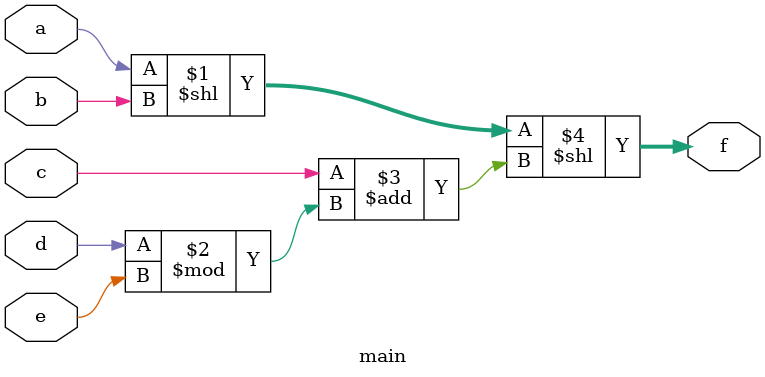
<source format=v>
`timescale 1ns / 1ps
module main(
    input a, b, c, d, e,
    output [3:0] f
    );

assign f = a << b << c + d % e;

endmodule

</source>
